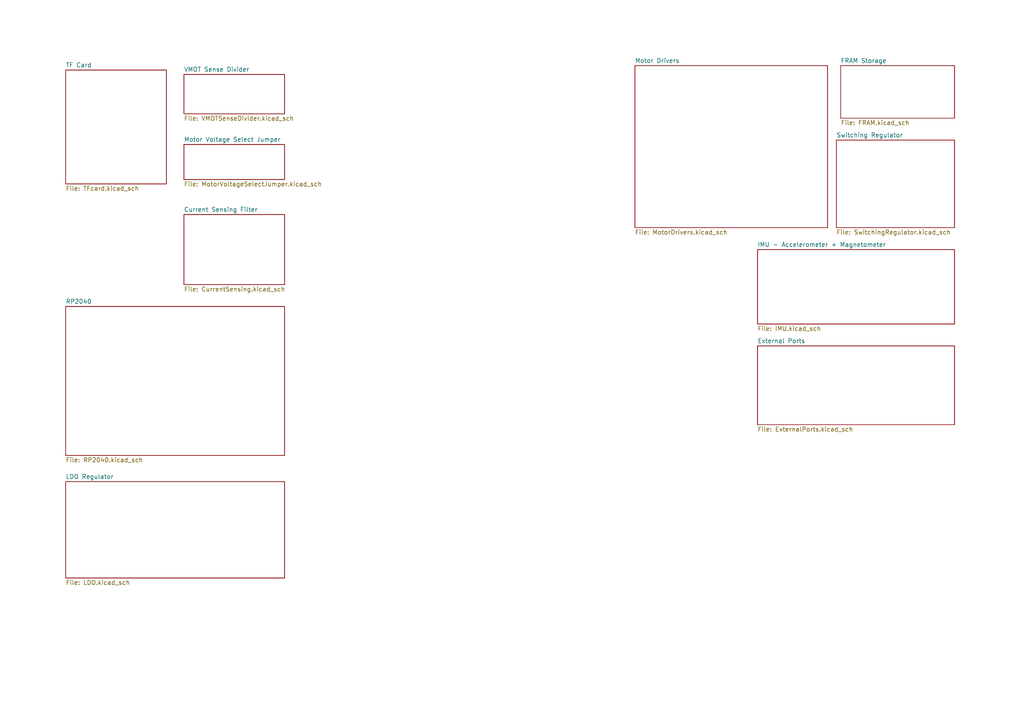
<source format=kicad_sch>
(kicad_sch
	(version 20250114)
	(generator "eeschema")
	(generator_version "9.0")
	(uuid "6379cb09-8427-484b-8caa-23471c63c9c8")
	(paper "A4")
	(title_block
		(title "Motor Control ")
		(company "Astra Robotics")
		(comment 1 "Kartik Lad")
	)
	(lib_symbols)
	(sheet
		(at 53.34 62.23)
		(size 29.21 20.32)
		(exclude_from_sim no)
		(in_bom yes)
		(on_board yes)
		(dnp no)
		(fields_autoplaced yes)
		(stroke
			(width 0.1524)
			(type solid)
		)
		(fill
			(color 0 0 0 0.0000)
		)
		(uuid "059681be-d3b0-48ae-add7-454a2ac10bec")
		(property "Sheetname" "Current Sensing Filter"
			(at 53.34 61.5184 0)
			(effects
				(font
					(size 1.27 1.27)
				)
				(justify left bottom)
			)
		)
		(property "Sheetfile" "CurrentSensing.kicad_sch"
			(at 53.34 83.1346 0)
			(effects
				(font
					(size 1.27 1.27)
				)
				(justify left top)
			)
		)
		(instances
			(project "MBot"
				(path "/6379cb09-8427-484b-8caa-23471c63c9c8"
					(page "6")
				)
			)
		)
	)
	(sheet
		(at 219.71 72.39)
		(size 57.15 21.59)
		(exclude_from_sim no)
		(in_bom yes)
		(on_board yes)
		(dnp no)
		(fields_autoplaced yes)
		(stroke
			(width 0.1524)
			(type solid)
		)
		(fill
			(color 0 0 0 0.0000)
		)
		(uuid "1a30a45a-93c4-41ed-bf94-ec4ea067c430")
		(property "Sheetname" "IMU - Accelerometer + Magnetometer"
			(at 219.71 71.6784 0)
			(effects
				(font
					(size 1.27 1.27)
				)
				(justify left bottom)
			)
		)
		(property "Sheetfile" "IMU.kicad_sch"
			(at 219.71 94.5646 0)
			(effects
				(font
					(size 1.27 1.27)
				)
				(justify left top)
			)
		)
		(instances
			(project "MBot"
				(path "/6379cb09-8427-484b-8caa-23471c63c9c8"
					(page "7")
				)
			)
		)
	)
	(sheet
		(at 243.84 19.05)
		(size 33.02 15.24)
		(exclude_from_sim no)
		(in_bom yes)
		(on_board yes)
		(dnp no)
		(fields_autoplaced yes)
		(stroke
			(width 0.1524)
			(type solid)
		)
		(fill
			(color 0 0 0 0.0000)
		)
		(uuid "72d6f831-c975-4fd9-b56c-1adb5b5a2d8c")
		(property "Sheetname" "FRAM Storage"
			(at 243.84 18.3384 0)
			(effects
				(font
					(size 1.27 1.27)
				)
				(justify left bottom)
			)
		)
		(property "Sheetfile" "FRAM.kicad_sch"
			(at 243.84 34.8746 0)
			(effects
				(font
					(size 1.27 1.27)
				)
				(justify left top)
			)
		)
		(instances
			(project "MBot"
				(path "/6379cb09-8427-484b-8caa-23471c63c9c8"
					(page "8")
				)
			)
		)
	)
	(sheet
		(at 184.15 19.05)
		(size 55.88 46.99)
		(exclude_from_sim no)
		(in_bom yes)
		(on_board yes)
		(dnp no)
		(fields_autoplaced yes)
		(stroke
			(width 0.1524)
			(type solid)
		)
		(fill
			(color 0 0 0 0.0000)
		)
		(uuid "808c72cd-00eb-4300-ae98-61568cc29b15")
		(property "Sheetname" "Motor Drivers"
			(at 184.15 18.3384 0)
			(effects
				(font
					(size 1.27 1.27)
				)
				(justify left bottom)
			)
		)
		(property "Sheetfile" "MotorDrivers.kicad_sch"
			(at 184.15 66.6246 0)
			(effects
				(font
					(size 1.27 1.27)
				)
				(justify left top)
			)
		)
		(instances
			(project "MBot"
				(path "/6379cb09-8427-484b-8caa-23471c63c9c8"
					(page "5")
				)
			)
		)
	)
	(sheet
		(at 219.71 100.33)
		(size 57.15 22.86)
		(exclude_from_sim no)
		(in_bom yes)
		(on_board yes)
		(dnp no)
		(fields_autoplaced yes)
		(stroke
			(width 0.1524)
			(type solid)
		)
		(fill
			(color 0 0 0 0.0000)
		)
		(uuid "855ef35f-5536-4835-b00c-973478da092d")
		(property "Sheetname" "External Ports"
			(at 219.71 99.6184 0)
			(effects
				(font
					(size 1.27 1.27)
				)
				(justify left bottom)
			)
		)
		(property "Sheetfile" "ExternalPorts.kicad_sch"
			(at 219.71 123.7746 0)
			(effects
				(font
					(size 1.27 1.27)
				)
				(justify left top)
			)
		)
		(instances
			(project "MBot"
				(path "/6379cb09-8427-484b-8caa-23471c63c9c8"
					(page "4")
				)
			)
		)
	)
	(sheet
		(at 53.34 41.91)
		(size 29.21 10.16)
		(exclude_from_sim no)
		(in_bom yes)
		(on_board yes)
		(dnp no)
		(fields_autoplaced yes)
		(stroke
			(width 0.1524)
			(type solid)
		)
		(fill
			(color 0 0 0 0.0000)
		)
		(uuid "9d9017c4-6037-4187-819d-cbe052ef4496")
		(property "Sheetname" "Motor Voltage Select Jumper"
			(at 53.34 41.1984 0)
			(effects
				(font
					(size 1.27 1.27)
				)
				(justify left bottom)
			)
		)
		(property "Sheetfile" "MotorVoltageSelectJumper.kicad_sch"
			(at 53.34 52.6546 0)
			(effects
				(font
					(size 1.27 1.27)
				)
				(justify left top)
			)
		)
		(instances
			(project "MBot"
				(path "/6379cb09-8427-484b-8caa-23471c63c9c8"
					(page "11")
				)
			)
		)
	)
	(sheet
		(at 19.05 139.7)
		(size 63.5 27.94)
		(exclude_from_sim no)
		(in_bom yes)
		(on_board yes)
		(dnp no)
		(fields_autoplaced yes)
		(stroke
			(width 0.1524)
			(type solid)
		)
		(fill
			(color 0 0 0 0.0000)
		)
		(uuid "a0ec20ef-efc0-4209-a0c3-fa7abe5a4ebb")
		(property "Sheetname" "LDO Regulator"
			(at 19.05 138.9884 0)
			(effects
				(font
					(size 1.27 1.27)
				)
				(justify left bottom)
			)
		)
		(property "Sheetfile" "LDO.kicad_sch"
			(at 19.05 168.2246 0)
			(effects
				(font
					(size 1.27 1.27)
				)
				(justify left top)
			)
		)
		(instances
			(project "MBot"
				(path "/6379cb09-8427-484b-8caa-23471c63c9c8"
					(page "10")
				)
			)
		)
	)
	(sheet
		(at 242.57 40.64)
		(size 34.29 25.4)
		(exclude_from_sim no)
		(in_bom yes)
		(on_board yes)
		(dnp no)
		(fields_autoplaced yes)
		(stroke
			(width 0.1524)
			(type solid)
		)
		(fill
			(color 0 0 0 0.0000)
		)
		(uuid "a88ddb6b-cc41-492b-93c7-66f0e56b5e49")
		(property "Sheetname" "Switching Regulator"
			(at 242.57 39.9284 0)
			(effects
				(font
					(size 1.27 1.27)
				)
				(justify left bottom)
			)
		)
		(property "Sheetfile" "SwitchingRegulator.kicad_sch"
			(at 242.57 66.6246 0)
			(effects
				(font
					(size 1.27 1.27)
				)
				(justify left top)
			)
		)
		(instances
			(project "MBot"
				(path "/6379cb09-8427-484b-8caa-23471c63c9c8"
					(page "9")
				)
			)
		)
	)
	(sheet
		(at 53.34 21.59)
		(size 29.21 11.43)
		(exclude_from_sim no)
		(in_bom yes)
		(on_board yes)
		(dnp no)
		(fields_autoplaced yes)
		(stroke
			(width 0.1524)
			(type solid)
		)
		(fill
			(color 0 0 0 0.0000)
		)
		(uuid "bdb58866-0c46-4246-93d7-52944707f781")
		(property "Sheetname" "VMOT Sense Divider"
			(at 53.34 20.8784 0)
			(effects
				(font
					(size 1.27 1.27)
				)
				(justify left bottom)
			)
		)
		(property "Sheetfile" "VMOTSenseDivider.kicad_sch"
			(at 53.34 33.6046 0)
			(effects
				(font
					(size 1.27 1.27)
				)
				(justify left top)
			)
		)
		(instances
			(project "MBot"
				(path "/6379cb09-8427-484b-8caa-23471c63c9c8"
					(page "12")
				)
			)
		)
	)
	(sheet
		(at 19.05 20.32)
		(size 29.21 33.02)
		(exclude_from_sim no)
		(in_bom yes)
		(on_board yes)
		(dnp no)
		(fields_autoplaced yes)
		(stroke
			(width 0.1524)
			(type solid)
		)
		(fill
			(color 0 0 0 0.0000)
		)
		(uuid "e50fae86-9303-4cf0-b6d2-61e05b28e262")
		(property "Sheetname" "TF Card"
			(at 19.05 19.6084 0)
			(effects
				(font
					(size 1.27 1.27)
				)
				(justify left bottom)
			)
		)
		(property "Sheetfile" "TFcard.kicad_sch"
			(at 19.05 53.9246 0)
			(effects
				(font
					(size 1.27 1.27)
				)
				(justify left top)
			)
		)
		(instances
			(project "MBot"
				(path "/6379cb09-8427-484b-8caa-23471c63c9c8"
					(page "2")
				)
			)
		)
	)
	(sheet
		(at 19.05 88.9)
		(size 63.5 43.18)
		(exclude_from_sim no)
		(in_bom yes)
		(on_board yes)
		(dnp no)
		(fields_autoplaced yes)
		(stroke
			(width 0.1524)
			(type solid)
		)
		(fill
			(color 0 0 0 0.0000)
		)
		(uuid "fba4b5c3-a0b5-43e7-8123-1a188b00f5ab")
		(property "Sheetname" "RP2040"
			(at 19.05 88.1884 0)
			(effects
				(font
					(size 1.27 1.27)
				)
				(justify left bottom)
			)
		)
		(property "Sheetfile" "RP2040.kicad_sch"
			(at 19.05 132.6646 0)
			(effects
				(font
					(size 1.27 1.27)
				)
				(justify left top)
			)
		)
		(instances
			(project "MBot"
				(path "/6379cb09-8427-484b-8caa-23471c63c9c8"
					(page "3")
				)
			)
		)
	)
	(sheet_instances
		(path "/"
			(page "1")
		)
	)
	(embedded_fonts no)
)

</source>
